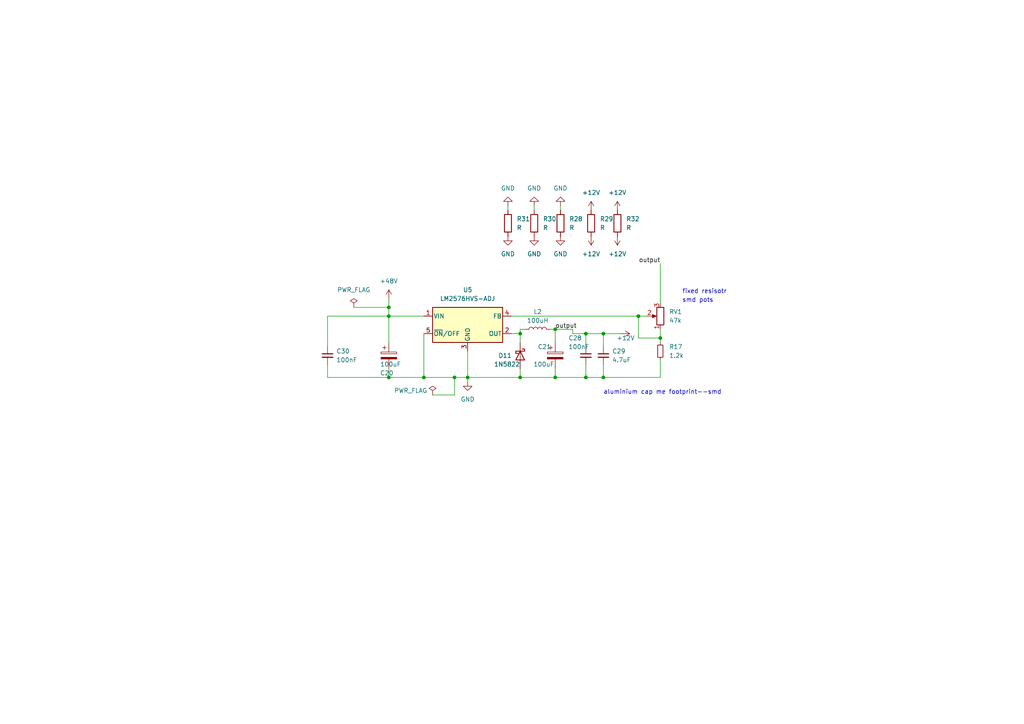
<source format=kicad_sch>
(kicad_sch (version 20230121) (generator eeschema)

  (uuid 9c161b5f-3459-4b8c-a1bc-3e950fa3db3b)

  (paper "A4")

  (lib_symbols
    (symbol "Device:C_Polarized" (pin_numbers hide) (pin_names (offset 0.254)) (in_bom yes) (on_board yes)
      (property "Reference" "C" (at 0.635 2.54 0)
        (effects (font (size 1.27 1.27)) (justify left))
      )
      (property "Value" "C_Polarized" (at 0.635 -2.54 0)
        (effects (font (size 1.27 1.27)) (justify left))
      )
      (property "Footprint" "" (at 0.9652 -3.81 0)
        (effects (font (size 1.27 1.27)) hide)
      )
      (property "Datasheet" "~" (at 0 0 0)
        (effects (font (size 1.27 1.27)) hide)
      )
      (property "ki_keywords" "cap capacitor" (at 0 0 0)
        (effects (font (size 1.27 1.27)) hide)
      )
      (property "ki_description" "Polarized capacitor" (at 0 0 0)
        (effects (font (size 1.27 1.27)) hide)
      )
      (property "ki_fp_filters" "CP_*" (at 0 0 0)
        (effects (font (size 1.27 1.27)) hide)
      )
      (symbol "C_Polarized_0_1"
        (rectangle (start -2.286 0.508) (end 2.286 1.016)
          (stroke (width 0) (type default))
          (fill (type none))
        )
        (polyline
          (pts
            (xy -1.778 2.286)
            (xy -0.762 2.286)
          )
          (stroke (width 0) (type default))
          (fill (type none))
        )
        (polyline
          (pts
            (xy -1.27 2.794)
            (xy -1.27 1.778)
          )
          (stroke (width 0) (type default))
          (fill (type none))
        )
        (rectangle (start 2.286 -0.508) (end -2.286 -1.016)
          (stroke (width 0) (type default))
          (fill (type outline))
        )
      )
      (symbol "C_Polarized_1_1"
        (pin passive line (at 0 3.81 270) (length 2.794)
          (name "~" (effects (font (size 1.27 1.27))))
          (number "1" (effects (font (size 1.27 1.27))))
        )
        (pin passive line (at 0 -3.81 90) (length 2.794)
          (name "~" (effects (font (size 1.27 1.27))))
          (number "2" (effects (font (size 1.27 1.27))))
        )
      )
    )
    (symbol "Device:C_Small" (pin_numbers hide) (pin_names (offset 0.254) hide) (in_bom yes) (on_board yes)
      (property "Reference" "C" (at 0.254 1.778 0)
        (effects (font (size 1.27 1.27)) (justify left))
      )
      (property "Value" "C_Small" (at 0.254 -2.032 0)
        (effects (font (size 1.27 1.27)) (justify left))
      )
      (property "Footprint" "" (at 0 0 0)
        (effects (font (size 1.27 1.27)) hide)
      )
      (property "Datasheet" "~" (at 0 0 0)
        (effects (font (size 1.27 1.27)) hide)
      )
      (property "ki_keywords" "capacitor cap" (at 0 0 0)
        (effects (font (size 1.27 1.27)) hide)
      )
      (property "ki_description" "Unpolarized capacitor, small symbol" (at 0 0 0)
        (effects (font (size 1.27 1.27)) hide)
      )
      (property "ki_fp_filters" "C_*" (at 0 0 0)
        (effects (font (size 1.27 1.27)) hide)
      )
      (symbol "C_Small_0_1"
        (polyline
          (pts
            (xy -1.524 -0.508)
            (xy 1.524 -0.508)
          )
          (stroke (width 0.3302) (type default))
          (fill (type none))
        )
        (polyline
          (pts
            (xy -1.524 0.508)
            (xy 1.524 0.508)
          )
          (stroke (width 0.3048) (type default))
          (fill (type none))
        )
      )
      (symbol "C_Small_1_1"
        (pin passive line (at 0 2.54 270) (length 2.032)
          (name "~" (effects (font (size 1.27 1.27))))
          (number "1" (effects (font (size 1.27 1.27))))
        )
        (pin passive line (at 0 -2.54 90) (length 2.032)
          (name "~" (effects (font (size 1.27 1.27))))
          (number "2" (effects (font (size 1.27 1.27))))
        )
      )
    )
    (symbol "Device:L" (pin_numbers hide) (pin_names (offset 1.016) hide) (in_bom yes) (on_board yes)
      (property "Reference" "L" (at -1.27 0 90)
        (effects (font (size 1.27 1.27)))
      )
      (property "Value" "L" (at 1.905 0 90)
        (effects (font (size 1.27 1.27)))
      )
      (property "Footprint" "" (at 0 0 0)
        (effects (font (size 1.27 1.27)) hide)
      )
      (property "Datasheet" "~" (at 0 0 0)
        (effects (font (size 1.27 1.27)) hide)
      )
      (property "ki_keywords" "inductor choke coil reactor magnetic" (at 0 0 0)
        (effects (font (size 1.27 1.27)) hide)
      )
      (property "ki_description" "Inductor" (at 0 0 0)
        (effects (font (size 1.27 1.27)) hide)
      )
      (property "ki_fp_filters" "Choke_* *Coil* Inductor_* L_*" (at 0 0 0)
        (effects (font (size 1.27 1.27)) hide)
      )
      (symbol "L_0_1"
        (arc (start 0 -2.54) (mid 0.6323 -1.905) (end 0 -1.27)
          (stroke (width 0) (type default))
          (fill (type none))
        )
        (arc (start 0 -1.27) (mid 0.6323 -0.635) (end 0 0)
          (stroke (width 0) (type default))
          (fill (type none))
        )
        (arc (start 0 0) (mid 0.6323 0.635) (end 0 1.27)
          (stroke (width 0) (type default))
          (fill (type none))
        )
        (arc (start 0 1.27) (mid 0.6323 1.905) (end 0 2.54)
          (stroke (width 0) (type default))
          (fill (type none))
        )
      )
      (symbol "L_1_1"
        (pin passive line (at 0 3.81 270) (length 1.27)
          (name "1" (effects (font (size 1.27 1.27))))
          (number "1" (effects (font (size 1.27 1.27))))
        )
        (pin passive line (at 0 -3.81 90) (length 1.27)
          (name "2" (effects (font (size 1.27 1.27))))
          (number "2" (effects (font (size 1.27 1.27))))
        )
      )
    )
    (symbol "Device:R" (pin_numbers hide) (pin_names (offset 0)) (in_bom yes) (on_board yes)
      (property "Reference" "R" (at 2.032 0 90)
        (effects (font (size 1.27 1.27)))
      )
      (property "Value" "R" (at 0 0 90)
        (effects (font (size 1.27 1.27)))
      )
      (property "Footprint" "" (at -1.778 0 90)
        (effects (font (size 1.27 1.27)) hide)
      )
      (property "Datasheet" "~" (at 0 0 0)
        (effects (font (size 1.27 1.27)) hide)
      )
      (property "ki_keywords" "R res resistor" (at 0 0 0)
        (effects (font (size 1.27 1.27)) hide)
      )
      (property "ki_description" "Resistor" (at 0 0 0)
        (effects (font (size 1.27 1.27)) hide)
      )
      (property "ki_fp_filters" "R_*" (at 0 0 0)
        (effects (font (size 1.27 1.27)) hide)
      )
      (symbol "R_0_1"
        (rectangle (start -1.016 -2.54) (end 1.016 2.54)
          (stroke (width 0.254) (type default))
          (fill (type none))
        )
      )
      (symbol "R_1_1"
        (pin passive line (at 0 3.81 270) (length 1.27)
          (name "~" (effects (font (size 1.27 1.27))))
          (number "1" (effects (font (size 1.27 1.27))))
        )
        (pin passive line (at 0 -3.81 90) (length 1.27)
          (name "~" (effects (font (size 1.27 1.27))))
          (number "2" (effects (font (size 1.27 1.27))))
        )
      )
    )
    (symbol "Device:R_Potentiometer" (pin_names (offset 1.016) hide) (in_bom yes) (on_board yes)
      (property "Reference" "RV" (at -4.445 0 90)
        (effects (font (size 1.27 1.27)))
      )
      (property "Value" "R_Potentiometer" (at -2.54 0 90)
        (effects (font (size 1.27 1.27)))
      )
      (property "Footprint" "" (at 0 0 0)
        (effects (font (size 1.27 1.27)) hide)
      )
      (property "Datasheet" "~" (at 0 0 0)
        (effects (font (size 1.27 1.27)) hide)
      )
      (property "ki_keywords" "resistor variable" (at 0 0 0)
        (effects (font (size 1.27 1.27)) hide)
      )
      (property "ki_description" "Potentiometer" (at 0 0 0)
        (effects (font (size 1.27 1.27)) hide)
      )
      (property "ki_fp_filters" "Potentiometer*" (at 0 0 0)
        (effects (font (size 1.27 1.27)) hide)
      )
      (symbol "R_Potentiometer_0_1"
        (polyline
          (pts
            (xy 2.54 0)
            (xy 1.524 0)
          )
          (stroke (width 0) (type default))
          (fill (type none))
        )
        (polyline
          (pts
            (xy 1.143 0)
            (xy 2.286 0.508)
            (xy 2.286 -0.508)
            (xy 1.143 0)
          )
          (stroke (width 0) (type default))
          (fill (type outline))
        )
        (rectangle (start 1.016 2.54) (end -1.016 -2.54)
          (stroke (width 0.254) (type default))
          (fill (type none))
        )
      )
      (symbol "R_Potentiometer_1_1"
        (pin passive line (at 0 3.81 270) (length 1.27)
          (name "1" (effects (font (size 1.27 1.27))))
          (number "1" (effects (font (size 1.27 1.27))))
        )
        (pin passive line (at 3.81 0 180) (length 1.27)
          (name "2" (effects (font (size 1.27 1.27))))
          (number "2" (effects (font (size 1.27 1.27))))
        )
        (pin passive line (at 0 -3.81 90) (length 1.27)
          (name "3" (effects (font (size 1.27 1.27))))
          (number "3" (effects (font (size 1.27 1.27))))
        )
      )
    )
    (symbol "Device:R_Small" (pin_numbers hide) (pin_names (offset 0.254) hide) (in_bom yes) (on_board yes)
      (property "Reference" "R" (at 0.762 0.508 0)
        (effects (font (size 1.27 1.27)) (justify left))
      )
      (property "Value" "R_Small" (at 0.762 -1.016 0)
        (effects (font (size 1.27 1.27)) (justify left))
      )
      (property "Footprint" "" (at 0 0 0)
        (effects (font (size 1.27 1.27)) hide)
      )
      (property "Datasheet" "~" (at 0 0 0)
        (effects (font (size 1.27 1.27)) hide)
      )
      (property "ki_keywords" "R resistor" (at 0 0 0)
        (effects (font (size 1.27 1.27)) hide)
      )
      (property "ki_description" "Resistor, small symbol" (at 0 0 0)
        (effects (font (size 1.27 1.27)) hide)
      )
      (property "ki_fp_filters" "R_*" (at 0 0 0)
        (effects (font (size 1.27 1.27)) hide)
      )
      (symbol "R_Small_0_1"
        (rectangle (start -0.762 1.778) (end 0.762 -1.778)
          (stroke (width 0.2032) (type default))
          (fill (type none))
        )
      )
      (symbol "R_Small_1_1"
        (pin passive line (at 0 2.54 270) (length 0.762)
          (name "~" (effects (font (size 1.27 1.27))))
          (number "1" (effects (font (size 1.27 1.27))))
        )
        (pin passive line (at 0 -2.54 90) (length 0.762)
          (name "~" (effects (font (size 1.27 1.27))))
          (number "2" (effects (font (size 1.27 1.27))))
        )
      )
    )
    (symbol "Diode:1N5822" (pin_numbers hide) (pin_names (offset 1.016) hide) (in_bom yes) (on_board yes)
      (property "Reference" "D" (at 0 2.54 0)
        (effects (font (size 1.27 1.27)))
      )
      (property "Value" "1N5822" (at 0 -2.54 0)
        (effects (font (size 1.27 1.27)))
      )
      (property "Footprint" "Diode_THT:D_DO-201AD_P15.24mm_Horizontal" (at 0 -4.445 0)
        (effects (font (size 1.27 1.27)) hide)
      )
      (property "Datasheet" "http://www.vishay.com/docs/88526/1n5820.pdf" (at 0 0 0)
        (effects (font (size 1.27 1.27)) hide)
      )
      (property "ki_keywords" "diode Schottky" (at 0 0 0)
        (effects (font (size 1.27 1.27)) hide)
      )
      (property "ki_description" "40V 3A Schottky Barrier Rectifier Diode, DO-201AD" (at 0 0 0)
        (effects (font (size 1.27 1.27)) hide)
      )
      (property "ki_fp_filters" "D*DO?201AD*" (at 0 0 0)
        (effects (font (size 1.27 1.27)) hide)
      )
      (symbol "1N5822_0_1"
        (polyline
          (pts
            (xy 1.27 0)
            (xy -1.27 0)
          )
          (stroke (width 0) (type default))
          (fill (type none))
        )
        (polyline
          (pts
            (xy 1.27 1.27)
            (xy 1.27 -1.27)
            (xy -1.27 0)
            (xy 1.27 1.27)
          )
          (stroke (width 0.254) (type default))
          (fill (type none))
        )
        (polyline
          (pts
            (xy -1.905 0.635)
            (xy -1.905 1.27)
            (xy -1.27 1.27)
            (xy -1.27 -1.27)
            (xy -0.635 -1.27)
            (xy -0.635 -0.635)
          )
          (stroke (width 0.254) (type default))
          (fill (type none))
        )
      )
      (symbol "1N5822_1_1"
        (pin passive line (at -3.81 0 0) (length 2.54)
          (name "K" (effects (font (size 1.27 1.27))))
          (number "1" (effects (font (size 1.27 1.27))))
        )
        (pin passive line (at 3.81 0 180) (length 2.54)
          (name "A" (effects (font (size 1.27 1.27))))
          (number "2" (effects (font (size 1.27 1.27))))
        )
      )
    )
    (symbol "Regulator_Switching:LM2576HVS-ADJ" (pin_names (offset 0.254)) (in_bom yes) (on_board yes)
      (property "Reference" "U" (at -10.16 6.35 0)
        (effects (font (size 1.27 1.27)) (justify left))
      )
      (property "Value" "LM2576HVS-ADJ" (at 0 6.35 0)
        (effects (font (size 1.27 1.27)) (justify left))
      )
      (property "Footprint" "Package_TO_SOT_SMD:TO-263-5_TabPin3" (at 0 -6.35 0)
        (effects (font (size 1.27 1.27) italic) (justify left) hide)
      )
      (property "Datasheet" "http://www.ti.com/lit/ds/symlink/lm2576.pdf" (at 0 0 0)
        (effects (font (size 1.27 1.27)) hide)
      )
      (property "ki_keywords" "Step-Down Voltage Regulator 3A Adjustable High Voltage" (at 0 0 0)
        (effects (font (size 1.27 1.27)) hide)
      )
      (property "ki_description" "Adjustable Output Voltage, 3A SIMPLE SWITCHER® Step-Down Voltage Regulator, High Voltage Input, TO-263" (at 0 0 0)
        (effects (font (size 1.27 1.27)) hide)
      )
      (property "ki_fp_filters" "TO?263*" (at 0 0 0)
        (effects (font (size 1.27 1.27)) hide)
      )
      (symbol "LM2576HVS-ADJ_0_1"
        (rectangle (start -10.16 5.08) (end 10.16 -5.08)
          (stroke (width 0.254) (type default))
          (fill (type background))
        )
      )
      (symbol "LM2576HVS-ADJ_1_1"
        (pin power_in line (at -12.7 2.54 0) (length 2.54)
          (name "VIN" (effects (font (size 1.27 1.27))))
          (number "1" (effects (font (size 1.27 1.27))))
        )
        (pin output line (at 12.7 -2.54 180) (length 2.54)
          (name "OUT" (effects (font (size 1.27 1.27))))
          (number "2" (effects (font (size 1.27 1.27))))
        )
        (pin power_in line (at 0 -7.62 90) (length 2.54)
          (name "GND" (effects (font (size 1.27 1.27))))
          (number "3" (effects (font (size 1.27 1.27))))
        )
        (pin input line (at 12.7 2.54 180) (length 2.54)
          (name "FB" (effects (font (size 1.27 1.27))))
          (number "4" (effects (font (size 1.27 1.27))))
        )
        (pin input line (at -12.7 -2.54 0) (length 2.54)
          (name "~{ON}/OFF" (effects (font (size 1.27 1.27))))
          (number "5" (effects (font (size 1.27 1.27))))
        )
      )
    )
    (symbol "power:+12V" (power) (pin_names (offset 0)) (in_bom yes) (on_board yes)
      (property "Reference" "#PWR" (at 0 -3.81 0)
        (effects (font (size 1.27 1.27)) hide)
      )
      (property "Value" "+12V" (at 0 3.556 0)
        (effects (font (size 1.27 1.27)))
      )
      (property "Footprint" "" (at 0 0 0)
        (effects (font (size 1.27 1.27)) hide)
      )
      (property "Datasheet" "" (at 0 0 0)
        (effects (font (size 1.27 1.27)) hide)
      )
      (property "ki_keywords" "global power" (at 0 0 0)
        (effects (font (size 1.27 1.27)) hide)
      )
      (property "ki_description" "Power symbol creates a global label with name \"+12V\"" (at 0 0 0)
        (effects (font (size 1.27 1.27)) hide)
      )
      (symbol "+12V_0_1"
        (polyline
          (pts
            (xy -0.762 1.27)
            (xy 0 2.54)
          )
          (stroke (width 0) (type default))
          (fill (type none))
        )
        (polyline
          (pts
            (xy 0 0)
            (xy 0 2.54)
          )
          (stroke (width 0) (type default))
          (fill (type none))
        )
        (polyline
          (pts
            (xy 0 2.54)
            (xy 0.762 1.27)
          )
          (stroke (width 0) (type default))
          (fill (type none))
        )
      )
      (symbol "+12V_1_1"
        (pin power_in line (at 0 0 90) (length 0) hide
          (name "+12V" (effects (font (size 1.27 1.27))))
          (number "1" (effects (font (size 1.27 1.27))))
        )
      )
    )
    (symbol "power:+48V" (power) (pin_names (offset 0)) (in_bom yes) (on_board yes)
      (property "Reference" "#PWR" (at 0 -3.81 0)
        (effects (font (size 1.27 1.27)) hide)
      )
      (property "Value" "+48V" (at 0 3.556 0)
        (effects (font (size 1.27 1.27)))
      )
      (property "Footprint" "" (at 0 0 0)
        (effects (font (size 1.27 1.27)) hide)
      )
      (property "Datasheet" "" (at 0 0 0)
        (effects (font (size 1.27 1.27)) hide)
      )
      (property "ki_keywords" "global power" (at 0 0 0)
        (effects (font (size 1.27 1.27)) hide)
      )
      (property "ki_description" "Power symbol creates a global label with name \"+48V\"" (at 0 0 0)
        (effects (font (size 1.27 1.27)) hide)
      )
      (symbol "+48V_0_1"
        (polyline
          (pts
            (xy -0.762 1.27)
            (xy 0 2.54)
          )
          (stroke (width 0) (type default))
          (fill (type none))
        )
        (polyline
          (pts
            (xy 0 0)
            (xy 0 2.54)
          )
          (stroke (width 0) (type default))
          (fill (type none))
        )
        (polyline
          (pts
            (xy 0 2.54)
            (xy 0.762 1.27)
          )
          (stroke (width 0) (type default))
          (fill (type none))
        )
      )
      (symbol "+48V_1_1"
        (pin power_in line (at 0 0 90) (length 0) hide
          (name "+48V" (effects (font (size 1.27 1.27))))
          (number "1" (effects (font (size 1.27 1.27))))
        )
      )
    )
    (symbol "power:GND" (power) (pin_names (offset 0)) (in_bom yes) (on_board yes)
      (property "Reference" "#PWR" (at 0 -6.35 0)
        (effects (font (size 1.27 1.27)) hide)
      )
      (property "Value" "GND" (at 0 -3.81 0)
        (effects (font (size 1.27 1.27)))
      )
      (property "Footprint" "" (at 0 0 0)
        (effects (font (size 1.27 1.27)) hide)
      )
      (property "Datasheet" "" (at 0 0 0)
        (effects (font (size 1.27 1.27)) hide)
      )
      (property "ki_keywords" "global power" (at 0 0 0)
        (effects (font (size 1.27 1.27)) hide)
      )
      (property "ki_description" "Power symbol creates a global label with name \"GND\" , ground" (at 0 0 0)
        (effects (font (size 1.27 1.27)) hide)
      )
      (symbol "GND_0_1"
        (polyline
          (pts
            (xy 0 0)
            (xy 0 -1.27)
            (xy 1.27 -1.27)
            (xy 0 -2.54)
            (xy -1.27 -1.27)
            (xy 0 -1.27)
          )
          (stroke (width 0) (type default))
          (fill (type none))
        )
      )
      (symbol "GND_1_1"
        (pin power_in line (at 0 0 270) (length 0) hide
          (name "GND" (effects (font (size 1.27 1.27))))
          (number "1" (effects (font (size 1.27 1.27))))
        )
      )
    )
    (symbol "power:PWR_FLAG" (power) (pin_numbers hide) (pin_names (offset 0) hide) (in_bom yes) (on_board yes)
      (property "Reference" "#FLG" (at 0 1.905 0)
        (effects (font (size 1.27 1.27)) hide)
      )
      (property "Value" "PWR_FLAG" (at 0 3.81 0)
        (effects (font (size 1.27 1.27)))
      )
      (property "Footprint" "" (at 0 0 0)
        (effects (font (size 1.27 1.27)) hide)
      )
      (property "Datasheet" "~" (at 0 0 0)
        (effects (font (size 1.27 1.27)) hide)
      )
      (property "ki_keywords" "flag power" (at 0 0 0)
        (effects (font (size 1.27 1.27)) hide)
      )
      (property "ki_description" "Special symbol for telling ERC where power comes from" (at 0 0 0)
        (effects (font (size 1.27 1.27)) hide)
      )
      (symbol "PWR_FLAG_0_0"
        (pin power_out line (at 0 0 90) (length 0)
          (name "pwr" (effects (font (size 1.27 1.27))))
          (number "1" (effects (font (size 1.27 1.27))))
        )
      )
      (symbol "PWR_FLAG_0_1"
        (polyline
          (pts
            (xy 0 0)
            (xy 0 1.27)
            (xy -1.016 1.905)
            (xy 0 2.54)
            (xy 1.016 1.905)
            (xy 0 1.27)
          )
          (stroke (width 0) (type default))
          (fill (type none))
        )
      )
    )
  )

  (junction (at 150.876 96.774) (diameter 0) (color 0 0 0 0)
    (uuid 05535d82-a23b-48f3-875c-475c3ef92005)
  )
  (junction (at 112.776 91.694) (diameter 0) (color 0 0 0 0)
    (uuid 1641b377-74c1-4d8c-bf90-fe8394eaab12)
  )
  (junction (at 112.776 109.474) (diameter 0) (color 0 0 0 0)
    (uuid 2dc039f2-c2e8-4687-b71d-e0e2c4bb8cb4)
  )
  (junction (at 131.826 109.474) (diameter 0) (color 0 0 0 0)
    (uuid 5a4f4010-ca84-4684-8c89-faf1d9ee89d9)
  )
  (junction (at 175.006 109.474) (diameter 0) (color 0 0 0 0)
    (uuid 619f8acc-3620-4227-afba-4b62bccf4248)
  )
  (junction (at 169.926 96.774) (diameter 0) (color 0 0 0 0)
    (uuid 7631cafd-26df-42b8-810d-6970bf5511ce)
  )
  (junction (at 135.636 109.474) (diameter 0) (color 0 0 0 0)
    (uuid 7bbb77fa-8570-429d-a1a5-f276b59a302a)
  )
  (junction (at 161.036 95.504) (diameter 0) (color 0 0 0 0)
    (uuid 81a07bf7-1efb-482b-8f45-a8d2c3daee45)
  )
  (junction (at 169.926 109.474) (diameter 0) (color 0 0 0 0)
    (uuid a7c1f2a7-0237-4998-912d-4040ab6353c6)
  )
  (junction (at 161.036 109.474) (diameter 0) (color 0 0 0 0)
    (uuid ad24855e-933f-4fab-9ec7-37a44b2b8d84)
  )
  (junction (at 150.876 109.474) (diameter 0) (color 0 0 0 0)
    (uuid b87531a0-b4c2-4340-933e-4f7725499862)
  )
  (junction (at 112.776 89.154) (diameter 0) (color 0 0 0 0)
    (uuid d25041e8-0c08-4512-881e-cdf78735744b)
  )
  (junction (at 122.936 109.474) (diameter 0) (color 0 0 0 0)
    (uuid d56f5e1c-201b-49aa-803a-e4a9f977c82f)
  )
  (junction (at 175.006 96.774) (diameter 0) (color 0 0 0 0)
    (uuid d6397b7d-faf0-4052-8f2b-9cd939eaf757)
  )
  (junction (at 185.166 91.694) (diameter 0) (color 0 0 0 0)
    (uuid ecae1e87-c3ec-492e-bc36-03f9be0b9b2f)
  )
  (junction (at 191.516 98.044) (diameter 0) (color 0 0 0 0)
    (uuid f8700d19-8708-4b21-afab-26f59d764660)
  )

  (wire (pts (xy 112.776 109.474) (xy 122.936 109.474))
    (stroke (width 0) (type default))
    (uuid 09a3d3ed-b816-4327-91a6-1e4207766c02)
  )
  (wire (pts (xy 122.936 109.474) (xy 131.826 109.474))
    (stroke (width 0) (type default))
    (uuid 0e67aed8-41ed-4b77-b20c-c6d4d8ec1153)
  )
  (wire (pts (xy 191.516 95.504) (xy 191.516 98.044))
    (stroke (width 0) (type default))
    (uuid 0e8c9110-7907-4c71-8c8d-f33c37f89ad0)
  )
  (wire (pts (xy 154.94 59.69) (xy 154.94 60.96))
    (stroke (width 0) (type default))
    (uuid 0eb3e784-7a58-493a-9426-994d406f3b75)
  )
  (wire (pts (xy 150.876 96.774) (xy 150.876 99.314))
    (stroke (width 0) (type default))
    (uuid 10d7b00b-699e-486b-bc25-3f21d565daed)
  )
  (wire (pts (xy 112.776 91.694) (xy 122.936 91.694))
    (stroke (width 0) (type default))
    (uuid 11630e1e-a168-4c92-8c45-b5055f295011)
  )
  (wire (pts (xy 161.036 109.474) (xy 169.926 109.474))
    (stroke (width 0) (type default))
    (uuid 2293c7d6-8031-4ec0-b0ef-d2db82c23041)
  )
  (wire (pts (xy 150.876 109.474) (xy 161.036 109.474))
    (stroke (width 0) (type default))
    (uuid 249a8872-4f5f-4395-a72c-b3ccb18471ff)
  )
  (wire (pts (xy 131.826 114.554) (xy 131.826 109.474))
    (stroke (width 0) (type default))
    (uuid 3870af02-6c1c-4c52-b338-eb048d5c3f82)
  )
  (wire (pts (xy 131.826 109.474) (xy 135.636 109.474))
    (stroke (width 0) (type default))
    (uuid 3b50d561-bf8e-455e-ba77-7f04431dc07f)
  )
  (wire (pts (xy 135.636 109.474) (xy 135.636 110.744))
    (stroke (width 0) (type default))
    (uuid 3cfd3b67-4e23-4388-b62a-9e3a7ed450dc)
  )
  (wire (pts (xy 159.766 95.504) (xy 161.036 95.504))
    (stroke (width 0) (type default))
    (uuid 3d782fd3-a2e3-485a-8e74-9e75bc77b6a1)
  )
  (wire (pts (xy 175.006 105.664) (xy 175.006 109.474))
    (stroke (width 0) (type default))
    (uuid 3da396ff-daf6-49b4-8a8a-158f11c0d040)
  )
  (wire (pts (xy 150.876 109.474) (xy 135.636 109.474))
    (stroke (width 0) (type default))
    (uuid 404a2e95-906e-4add-a825-07a4c3bb65ae)
  )
  (wire (pts (xy 94.996 105.664) (xy 94.996 109.474))
    (stroke (width 0) (type default))
    (uuid 4209e61e-68b2-4b7c-a19e-6fb4a97e3312)
  )
  (wire (pts (xy 162.56 59.69) (xy 162.56 60.96))
    (stroke (width 0) (type default))
    (uuid 426be21b-9a8f-470c-beb5-7201ea886a04)
  )
  (wire (pts (xy 147.32 59.69) (xy 147.32 60.96))
    (stroke (width 0) (type default))
    (uuid 42b338dc-1656-4e46-b117-e5ac8be18358)
  )
  (wire (pts (xy 166.116 95.504) (xy 166.116 96.774))
    (stroke (width 0) (type default))
    (uuid 46ef6fe8-a909-486d-9cf2-d5c39f47e3d8)
  )
  (wire (pts (xy 148.336 91.694) (xy 185.166 91.694))
    (stroke (width 0) (type default))
    (uuid 473cd66c-6ce8-48f0-8a37-cb93179e2a5e)
  )
  (wire (pts (xy 169.926 105.664) (xy 169.926 109.474))
    (stroke (width 0) (type default))
    (uuid 47e14767-745a-4f69-b422-dfd3f113f2c0)
  )
  (wire (pts (xy 169.926 96.774) (xy 166.116 96.774))
    (stroke (width 0) (type default))
    (uuid 4b6872e0-909c-4ad0-b08c-55f26d6d6012)
  )
  (wire (pts (xy 94.996 91.694) (xy 112.776 91.694))
    (stroke (width 0) (type default))
    (uuid 5214fd7e-b60d-4e70-b94e-361740c52357)
  )
  (wire (pts (xy 122.936 96.774) (xy 122.936 109.474))
    (stroke (width 0) (type default))
    (uuid 616946f0-0cce-4c0a-8cc7-ea68885f2e42)
  )
  (wire (pts (xy 185.166 91.694) (xy 187.706 91.694))
    (stroke (width 0) (type default))
    (uuid 670236a4-bcc7-4ba6-ad05-8a258dc844ce)
  )
  (wire (pts (xy 112.776 106.934) (xy 112.776 109.474))
    (stroke (width 0) (type default))
    (uuid 6834d0af-4c4b-43f3-802d-be033b0d906d)
  )
  (wire (pts (xy 191.516 76.454) (xy 191.516 87.884))
    (stroke (width 0) (type default))
    (uuid 6c4215b1-2dff-4189-9489-f811d188c16b)
  )
  (wire (pts (xy 175.006 96.774) (xy 180.086 96.774))
    (stroke (width 0) (type default))
    (uuid 6c7c76d0-ce6a-4e84-a926-68920f1327df)
  )
  (wire (pts (xy 161.036 95.504) (xy 166.116 95.504))
    (stroke (width 0) (type default))
    (uuid 6d7d5faa-c3ec-471f-a70f-f4f176375379)
  )
  (wire (pts (xy 191.516 98.044) (xy 191.516 99.314))
    (stroke (width 0) (type default))
    (uuid 75048934-4237-4f49-80a8-eac7badd69d6)
  )
  (wire (pts (xy 135.636 101.854) (xy 135.636 109.474))
    (stroke (width 0) (type default))
    (uuid 76d27bd6-822d-4831-8cc4-6acc4f7278b6)
  )
  (wire (pts (xy 161.036 106.934) (xy 161.036 109.474))
    (stroke (width 0) (type default))
    (uuid 7ed9336d-abfc-42c7-96ed-fc44bb053ead)
  )
  (wire (pts (xy 112.776 89.154) (xy 112.776 91.694))
    (stroke (width 0) (type default))
    (uuid 8572a71a-c1c8-49c7-92c8-3f36438ec9cf)
  )
  (wire (pts (xy 150.876 95.504) (xy 152.146 95.504))
    (stroke (width 0) (type default))
    (uuid af73c5dc-e892-477f-bc8d-f4694ec9f542)
  )
  (wire (pts (xy 150.876 96.774) (xy 148.336 96.774))
    (stroke (width 0) (type default))
    (uuid af7b3f82-63ed-4602-a5d4-c4382073daca)
  )
  (wire (pts (xy 94.996 100.584) (xy 94.996 91.694))
    (stroke (width 0) (type default))
    (uuid b2d0063c-f0c6-4572-97ea-b698be10bd0c)
  )
  (wire (pts (xy 169.926 109.474) (xy 175.006 109.474))
    (stroke (width 0) (type default))
    (uuid b5300907-d7e4-4b6e-a663-981fd7bc41f5)
  )
  (wire (pts (xy 185.166 91.694) (xy 185.166 98.044))
    (stroke (width 0) (type default))
    (uuid bafe2fa2-4ad9-413c-b0cd-01aa41c6cdd4)
  )
  (wire (pts (xy 150.876 106.934) (xy 150.876 109.474))
    (stroke (width 0) (type default))
    (uuid bfa0adab-c4d3-4dd1-ad7b-9ffb634ae72e)
  )
  (wire (pts (xy 175.006 109.474) (xy 191.516 109.474))
    (stroke (width 0) (type default))
    (uuid c3d5fff4-8767-40b7-ba24-267f20545564)
  )
  (wire (pts (xy 112.776 91.694) (xy 112.776 99.314))
    (stroke (width 0) (type default))
    (uuid cb21af8f-4488-4698-b92e-11725b254aad)
  )
  (wire (pts (xy 161.036 99.314) (xy 161.036 95.504))
    (stroke (width 0) (type default))
    (uuid ce21b00a-0967-4f59-baf6-32a821ca1d2c)
  )
  (wire (pts (xy 112.776 86.614) (xy 112.776 89.154))
    (stroke (width 0) (type default))
    (uuid d146cad8-54c8-4e89-a82c-bd48ec68a5f3)
  )
  (wire (pts (xy 185.166 98.044) (xy 191.516 98.044))
    (stroke (width 0) (type default))
    (uuid d1d8edb5-0b56-4470-9133-5192b9c7a081)
  )
  (wire (pts (xy 150.876 95.504) (xy 150.876 96.774))
    (stroke (width 0) (type default))
    (uuid d873f3ba-b819-47d5-82cd-243f9d629600)
  )
  (wire (pts (xy 169.926 96.774) (xy 169.926 100.584))
    (stroke (width 0) (type default))
    (uuid d8ea3e0c-1c86-48fb-a069-f5cf8a5b5671)
  )
  (wire (pts (xy 102.616 89.154) (xy 112.776 89.154))
    (stroke (width 0) (type default))
    (uuid e65d247a-7dbb-43ea-b6cc-675c72376750)
  )
  (wire (pts (xy 125.476 114.554) (xy 131.826 114.554))
    (stroke (width 0) (type default))
    (uuid eca94bb1-913d-42cc-a958-53d363f498c1)
  )
  (wire (pts (xy 94.996 109.474) (xy 112.776 109.474))
    (stroke (width 0) (type default))
    (uuid ed7e0611-9c15-40c5-bcfa-17db3deb1a90)
  )
  (wire (pts (xy 169.926 96.774) (xy 175.006 96.774))
    (stroke (width 0) (type default))
    (uuid edb998dd-63df-414b-bb09-c35a9683b8df)
  )
  (wire (pts (xy 175.006 100.584) (xy 175.006 96.774))
    (stroke (width 0) (type default))
    (uuid ef53a0dc-f4df-430b-b16d-9c482235bb02)
  )
  (wire (pts (xy 191.516 104.394) (xy 191.516 109.474))
    (stroke (width 0) (type default))
    (uuid f190d367-eaa4-4591-b224-d6a4e57f8433)
  )

  (text "aluminium cap me footprint--smd" (at 175.006 114.554 0)
    (effects (font (size 1.27 1.27)) (justify left bottom))
    (uuid 290025fd-bdb2-41e4-b8a0-9669b677a38e)
  )
  (text "fixed resisotr\n" (at 197.866 85.344 0)
    (effects (font (size 1.27 1.27)) (justify left bottom))
    (uuid 32825da0-5cae-47cb-89d2-b19c168ecbb7)
  )
  (text "smd pots\n" (at 197.866 87.884 0)
    (effects (font (size 1.27 1.27)) (justify left bottom))
    (uuid b94d0f28-d74c-4677-9527-751866838fe3)
  )

  (label "output" (at 161.036 95.504 0) (fields_autoplaced)
    (effects (font (size 1.27 1.27)) (justify left bottom))
    (uuid 18d39318-c01f-4ad9-9ebc-0c5adda79db1)
  )
  (label "output" (at 191.516 76.454 180) (fields_autoplaced)
    (effects (font (size 1.27 1.27)) (justify right bottom))
    (uuid a433fcdf-f5df-441f-9fcb-91f764c206dd)
  )

  (symbol (lib_id "Device:C_Small") (at 94.996 103.124 0) (unit 1)
    (in_bom yes) (on_board yes) (dnp no) (fields_autoplaced)
    (uuid 00e2e588-71be-48d8-af81-cdddcfdebb3c)
    (property "Reference" "C30" (at 97.536 101.8603 0)
      (effects (font (size 1.27 1.27)) (justify left))
    )
    (property "Value" "100nF" (at 97.536 104.4003 0)
      (effects (font (size 1.27 1.27)) (justify left))
    )
    (property "Footprint" "Capacitor_SMD:C_0805_2012Metric_Pad1.18x1.45mm_HandSolder" (at 94.996 103.124 0)
      (effects (font (size 1.27 1.27)) hide)
    )
    (property "Datasheet" "~" (at 94.996 103.124 0)
      (effects (font (size 1.27 1.27)) hide)
    )
    (pin "1" (uuid a77d391f-6f2e-49b1-9f84-6d2eae743ea1))
    (pin "2" (uuid 9c3e6839-909c-4ba1-b799-bfc46c8150a8))
    (instances
      (project "ir2110_schematic"
        (path "/12eff5cc-cd10-4544-bdce-879319851b2e/ba021759-89ed-4408-b4e3-ea4e99d7615e"
          (reference "C30") (unit 1)
        )
      )
      (project "controller_full6"
        (path "/3c3ae94a-eb39-4fa8-93aa-1a47bef57ada/9b9d4af0-9415-4a2e-9c62-a46bdadc4ee1"
          (reference "C39") (unit 1)
        )
      )
      (project "power_buck"
        (path "/7ee7294e-a19b-47c2-b06c-03f0381abb29"
          (reference "C30") (unit 1)
        )
      )
    )
  )

  (symbol (lib_id "power:+12V") (at 171.45 68.58 180) (unit 1)
    (in_bom yes) (on_board yes) (dnp no) (fields_autoplaced)
    (uuid 0ad2b9de-cdaf-43a3-a3e1-2d539eb168e3)
    (property "Reference" "#PWR071" (at 171.45 64.77 0)
      (effects (font (size 1.27 1.27)) hide)
    )
    (property "Value" "+12V" (at 171.45 73.66 0)
      (effects (font (size 1.27 1.27)))
    )
    (property "Footprint" "" (at 171.45 68.58 0)
      (effects (font (size 1.27 1.27)) hide)
    )
    (property "Datasheet" "" (at 171.45 68.58 0)
      (effects (font (size 1.27 1.27)) hide)
    )
    (pin "1" (uuid 5f22ce24-fc03-466c-a343-71f1fd079916))
    (instances
      (project "controller_full6"
        (path "/3c3ae94a-eb39-4fa8-93aa-1a47bef57ada/9b9d4af0-9415-4a2e-9c62-a46bdadc4ee1"
          (reference "#PWR071") (unit 1)
        )
      )
    )
  )

  (symbol (lib_id "power:GND") (at 147.32 68.58 0) (unit 1)
    (in_bom yes) (on_board yes) (dnp no) (fields_autoplaced)
    (uuid 0e0871b9-b0d1-4b37-a36d-82ad244be6cb)
    (property "Reference" "#PWR069" (at 147.32 74.93 0)
      (effects (font (size 1.27 1.27)) hide)
    )
    (property "Value" "GND" (at 147.32 73.66 0)
      (effects (font (size 1.27 1.27)))
    )
    (property "Footprint" "" (at 147.32 68.58 0)
      (effects (font (size 1.27 1.27)) hide)
    )
    (property "Datasheet" "" (at 147.32 68.58 0)
      (effects (font (size 1.27 1.27)) hide)
    )
    (pin "1" (uuid fbfde0cd-f64e-4746-9415-ca79b25ad845))
    (instances
      (project "controller_full6"
        (path "/3c3ae94a-eb39-4fa8-93aa-1a47bef57ada/9b9d4af0-9415-4a2e-9c62-a46bdadc4ee1"
          (reference "#PWR069") (unit 1)
        )
      )
    )
  )

  (symbol (lib_id "power:+12V") (at 180.086 96.774 270) (unit 1)
    (in_bom yes) (on_board yes) (dnp no)
    (uuid 0eb64ea7-fd7e-4a73-8175-e7fdf0dbbdcc)
    (property "Reference" "#PWR044" (at 176.276 96.774 0)
      (effects (font (size 1.27 1.27)) hide)
    )
    (property "Value" "+12V" (at 178.816 98.044 90)
      (effects (font (size 1.27 1.27)) (justify left))
    )
    (property "Footprint" "" (at 180.086 96.774 0)
      (effects (font (size 1.27 1.27)) hide)
    )
    (property "Datasheet" "" (at 180.086 96.774 0)
      (effects (font (size 1.27 1.27)) hide)
    )
    (pin "1" (uuid c96904bd-20af-40db-8a5a-929c379c6260))
    (instances
      (project "ir2110_schematic"
        (path "/12eff5cc-cd10-4544-bdce-879319851b2e/ba021759-89ed-4408-b4e3-ea4e99d7615e"
          (reference "#PWR044") (unit 1)
        )
      )
      (project "controller_full6"
        (path "/3c3ae94a-eb39-4fa8-93aa-1a47bef57ada/9b9d4af0-9415-4a2e-9c62-a46bdadc4ee1"
          (reference "#PWR048") (unit 1)
        )
      )
      (project "power_buck"
        (path "/7ee7294e-a19b-47c2-b06c-03f0381abb29"
          (reference "#PWR044") (unit 1)
        )
      )
    )
  )

  (symbol (lib_id "Regulator_Switching:LM2576HVS-ADJ") (at 135.636 94.234 0) (unit 1)
    (in_bom yes) (on_board yes) (dnp no) (fields_autoplaced)
    (uuid 1a00789f-f0b1-4549-9283-ff358c7848c8)
    (property "Reference" "U5" (at 135.636 84.074 0)
      (effects (font (size 1.27 1.27)))
    )
    (property "Value" "LM2576HVS-ADJ" (at 135.636 86.614 0)
      (effects (font (size 1.27 1.27)))
    )
    (property "Footprint" "Package_TO_SOT_SMD:TO-263-5_TabPin3" (at 135.636 100.584 0)
      (effects (font (size 1.27 1.27) italic) (justify left) hide)
    )
    (property "Datasheet" "http://www.ti.com/lit/ds/symlink/lm2576.pdf" (at 135.636 94.234 0)
      (effects (font (size 1.27 1.27)) hide)
    )
    (pin "1" (uuid 7155f0ac-69cf-4386-a8a7-64f0bb5bb3bc))
    (pin "2" (uuid c60738c9-3a22-4ed2-ab17-72b26a23931b))
    (pin "3" (uuid 5bf3554f-4cc6-4010-a0fe-523e8d8e2764))
    (pin "4" (uuid 2aa9b95a-5b40-4bf1-bd99-ae4dd7ca0be0))
    (pin "5" (uuid 428bdd4a-9952-41a0-a0e2-5023be23a999))
    (instances
      (project "ir2110_schematic"
        (path "/12eff5cc-cd10-4544-bdce-879319851b2e/ba021759-89ed-4408-b4e3-ea4e99d7615e"
          (reference "U5") (unit 1)
        )
      )
      (project "controller_full6"
        (path "/3c3ae94a-eb39-4fa8-93aa-1a47bef57ada/9b9d4af0-9415-4a2e-9c62-a46bdadc4ee1"
          (reference "U5") (unit 1)
        )
      )
      (project "power_buck"
        (path "/7ee7294e-a19b-47c2-b06c-03f0381abb29"
          (reference "U5") (unit 1)
        )
      )
    )
  )

  (symbol (lib_id "power:+12V") (at 179.07 68.58 180) (unit 1)
    (in_bom yes) (on_board yes) (dnp no) (fields_autoplaced)
    (uuid 2ae5fea6-401e-4c5c-921e-55adea42b5e2)
    (property "Reference" "#PWR073" (at 179.07 64.77 0)
      (effects (font (size 1.27 1.27)) hide)
    )
    (property "Value" "+12V" (at 179.07 73.66 0)
      (effects (font (size 1.27 1.27)))
    )
    (property "Footprint" "" (at 179.07 68.58 0)
      (effects (font (size 1.27 1.27)) hide)
    )
    (property "Datasheet" "" (at 179.07 68.58 0)
      (effects (font (size 1.27 1.27)) hide)
    )
    (pin "1" (uuid 1ffbf6e6-9fde-482d-baa6-b70314751215))
    (instances
      (project "controller_full6"
        (path "/3c3ae94a-eb39-4fa8-93aa-1a47bef57ada/9b9d4af0-9415-4a2e-9c62-a46bdadc4ee1"
          (reference "#PWR073") (unit 1)
        )
      )
    )
  )

  (symbol (lib_id "Device:L") (at 155.956 95.504 90) (unit 1)
    (in_bom yes) (on_board yes) (dnp no) (fields_autoplaced)
    (uuid 37af53ae-6356-492d-9c7c-8852f207abb3)
    (property "Reference" "L2" (at 155.956 90.424 90)
      (effects (font (size 1.27 1.27)))
    )
    (property "Value" "100uH" (at 155.956 92.964 90)
      (effects (font (size 1.27 1.27)))
    )
    (property "Footprint" "Inductor_THT:L_Radial_D7.0mm_P3.00mm" (at 155.956 95.504 0)
      (effects (font (size 1.27 1.27)) hide)
    )
    (property "Datasheet" "~" (at 155.956 95.504 0)
      (effects (font (size 1.27 1.27)) hide)
    )
    (pin "1" (uuid ba240523-2f72-4089-8072-3aa5721532e7))
    (pin "2" (uuid f19d3ec6-33d0-470f-b3d3-b78a7be2b35a))
    (instances
      (project "ir2110_schematic"
        (path "/12eff5cc-cd10-4544-bdce-879319851b2e/ba021759-89ed-4408-b4e3-ea4e99d7615e"
          (reference "L2") (unit 1)
        )
      )
      (project "controller_full6"
        (path "/3c3ae94a-eb39-4fa8-93aa-1a47bef57ada/9b9d4af0-9415-4a2e-9c62-a46bdadc4ee1"
          (reference "L2") (unit 1)
        )
      )
      (project "power_buck"
        (path "/7ee7294e-a19b-47c2-b06c-03f0381abb29"
          (reference "L2") (unit 1)
        )
      )
    )
  )

  (symbol (lib_id "Device:C_Small") (at 169.926 103.124 0) (unit 1)
    (in_bom yes) (on_board yes) (dnp no)
    (uuid 382415c4-806a-452c-8db7-cb24057ffe14)
    (property "Reference" "C28" (at 164.846 98.044 0)
      (effects (font (size 1.27 1.27)) (justify left))
    )
    (property "Value" "100nF" (at 164.846 100.584 0)
      (effects (font (size 1.27 1.27)) (justify left))
    )
    (property "Footprint" "Capacitor_SMD:C_0805_2012Metric_Pad1.18x1.45mm_HandSolder" (at 169.926 103.124 0)
      (effects (font (size 1.27 1.27)) hide)
    )
    (property "Datasheet" "~" (at 169.926 103.124 0)
      (effects (font (size 1.27 1.27)) hide)
    )
    (pin "1" (uuid ead75fe1-50d4-4fef-a00a-d56250e345db))
    (pin "2" (uuid b9484a2f-e3cd-498d-a2f8-64ab0b8bd8d3))
    (instances
      (project "ir2110_schematic"
        (path "/12eff5cc-cd10-4544-bdce-879319851b2e/ba021759-89ed-4408-b4e3-ea4e99d7615e"
          (reference "C28") (unit 1)
        )
      )
      (project "controller_full6"
        (path "/3c3ae94a-eb39-4fa8-93aa-1a47bef57ada/9b9d4af0-9415-4a2e-9c62-a46bdadc4ee1"
          (reference "C42") (unit 1)
        )
      )
      (project "power_buck"
        (path "/7ee7294e-a19b-47c2-b06c-03f0381abb29"
          (reference "C28") (unit 1)
        )
      )
    )
  )

  (symbol (lib_id "power:+12V") (at 179.07 60.96 0) (unit 1)
    (in_bom yes) (on_board yes) (dnp no) (fields_autoplaced)
    (uuid 5a93eca7-8257-42d9-9921-757a95400e5b)
    (property "Reference" "#PWR072" (at 179.07 64.77 0)
      (effects (font (size 1.27 1.27)) hide)
    )
    (property "Value" "+12V" (at 179.07 55.88 0)
      (effects (font (size 1.27 1.27)))
    )
    (property "Footprint" "" (at 179.07 60.96 0)
      (effects (font (size 1.27 1.27)) hide)
    )
    (property "Datasheet" "" (at 179.07 60.96 0)
      (effects (font (size 1.27 1.27)) hide)
    )
    (pin "1" (uuid 2fa0fcc8-59a1-409f-80f7-9d843af2b7c5))
    (instances
      (project "controller_full6"
        (path "/3c3ae94a-eb39-4fa8-93aa-1a47bef57ada/9b9d4af0-9415-4a2e-9c62-a46bdadc4ee1"
          (reference "#PWR072") (unit 1)
        )
      )
    )
  )

  (symbol (lib_id "power:PWR_FLAG") (at 125.476 114.554 0) (unit 1)
    (in_bom yes) (on_board yes) (dnp no)
    (uuid 5b66336b-d823-4e59-9a7f-555ce0f8ae8a)
    (property "Reference" "#FLG01" (at 125.476 112.649 0)
      (effects (font (size 1.27 1.27)) hide)
    )
    (property "Value" "PWR_FLAG" (at 119.126 113.284 0)
      (effects (font (size 1.27 1.27)))
    )
    (property "Footprint" "" (at 125.476 114.554 0)
      (effects (font (size 1.27 1.27)) hide)
    )
    (property "Datasheet" "~" (at 125.476 114.554 0)
      (effects (font (size 1.27 1.27)) hide)
    )
    (pin "1" (uuid 54837024-e279-40cd-9209-dc5af04df0d2))
    (instances
      (project "ir2110_schematic"
        (path "/12eff5cc-cd10-4544-bdce-879319851b2e"
          (reference "#FLG01") (unit 1)
        )
        (path "/12eff5cc-cd10-4544-bdce-879319851b2e/ba021759-89ed-4408-b4e3-ea4e99d7615e"
          (reference "#FLG02") (unit 1)
        )
      )
      (project "controller_full6"
        (path "/3c3ae94a-eb39-4fa8-93aa-1a47bef57ada/9b9d4af0-9415-4a2e-9c62-a46bdadc4ee1"
          (reference "#FLG03") (unit 1)
        )
      )
      (project "power_buck"
        (path "/7ee7294e-a19b-47c2-b06c-03f0381abb29"
          (reference "#FLG01") (unit 1)
        )
      )
    )
  )

  (symbol (lib_id "Device:C_Polarized") (at 112.776 103.124 0) (unit 1)
    (in_bom yes) (on_board yes) (dnp no)
    (uuid 5d398736-91a5-4b30-82be-e4c3f3aa239e)
    (property "Reference" "C20" (at 110.236 108.204 0)
      (effects (font (size 1.27 1.27)) (justify left))
    )
    (property "Value" "100uF" (at 110.236 105.664 0)
      (effects (font (size 1.27 1.27)) (justify left))
    )
    (property "Footprint" "Capacitor_THT:CP_Radial_D7.5mm_P2.50mm" (at 113.7412 106.934 0)
      (effects (font (size 1.27 1.27)) hide)
    )
    (property "Datasheet" "~" (at 112.776 103.124 0)
      (effects (font (size 1.27 1.27)) hide)
    )
    (pin "1" (uuid 920ccfb5-b2b4-4de0-b458-99052d0ee9d3))
    (pin "2" (uuid 381e733b-c9a3-4189-88ca-f131d1e935f9))
    (instances
      (project "ir2110_schematic"
        (path "/12eff5cc-cd10-4544-bdce-879319851b2e/ba021759-89ed-4408-b4e3-ea4e99d7615e"
          (reference "C20") (unit 1)
        )
      )
      (project "controller_full6"
        (path "/3c3ae94a-eb39-4fa8-93aa-1a47bef57ada/9b9d4af0-9415-4a2e-9c62-a46bdadc4ee1"
          (reference "C40") (unit 1)
        )
      )
      (project "power_buck"
        (path "/7ee7294e-a19b-47c2-b06c-03f0381abb29"
          (reference "C20") (unit 1)
        )
      )
    )
  )

  (symbol (lib_id "power:PWR_FLAG") (at 102.616 89.154 0) (unit 1)
    (in_bom yes) (on_board yes) (dnp no) (fields_autoplaced)
    (uuid 705bd8d5-2850-4a93-8129-e78f0743092d)
    (property "Reference" "#FLG01" (at 102.616 87.249 0)
      (effects (font (size 1.27 1.27)) hide)
    )
    (property "Value" "PWR_FLAG" (at 102.616 84.074 0)
      (effects (font (size 1.27 1.27)))
    )
    (property "Footprint" "" (at 102.616 89.154 0)
      (effects (font (size 1.27 1.27)) hide)
    )
    (property "Datasheet" "~" (at 102.616 89.154 0)
      (effects (font (size 1.27 1.27)) hide)
    )
    (pin "1" (uuid 07bf6f7b-925c-4b4d-ada3-42fd61cc024a))
    (instances
      (project "ir2110_schematic"
        (path "/12eff5cc-cd10-4544-bdce-879319851b2e"
          (reference "#FLG01") (unit 1)
        )
        (path "/12eff5cc-cd10-4544-bdce-879319851b2e/ba021759-89ed-4408-b4e3-ea4e99d7615e"
          (reference "#FLG01") (unit 1)
        )
      )
      (project "controller_full6"
        (path "/3c3ae94a-eb39-4fa8-93aa-1a47bef57ada/9b9d4af0-9415-4a2e-9c62-a46bdadc4ee1"
          (reference "#FLG02") (unit 1)
        )
      )
      (project "power_buck"
        (path "/7ee7294e-a19b-47c2-b06c-03f0381abb29"
          (reference "#FLG01") (unit 1)
        )
      )
    )
  )

  (symbol (lib_id "Device:R") (at 154.94 64.77 0) (unit 1)
    (in_bom yes) (on_board yes) (dnp no) (fields_autoplaced)
    (uuid 73004c6a-14fc-4896-884c-a22a06893906)
    (property "Reference" "R30" (at 157.48 63.5 0)
      (effects (font (size 1.27 1.27)) (justify left))
    )
    (property "Value" "R" (at 157.48 66.04 0)
      (effects (font (size 1.27 1.27)) (justify left))
    )
    (property "Footprint" "Resistor_SMD:R_0603_1608Metric_Pad0.98x0.95mm_HandSolder" (at 153.162 64.77 90)
      (effects (font (size 1.27 1.27)) hide)
    )
    (property "Datasheet" "~" (at 154.94 64.77 0)
      (effects (font (size 1.27 1.27)) hide)
    )
    (pin "1" (uuid 51750bd1-55a9-446b-bd05-d9ec42b57c4c))
    (pin "2" (uuid e3f9ac21-446c-44e2-be13-9d7e2b9f45e6))
    (instances
      (project "controller_full6"
        (path "/3c3ae94a-eb39-4fa8-93aa-1a47bef57ada/9b9d4af0-9415-4a2e-9c62-a46bdadc4ee1"
          (reference "R30") (unit 1)
        )
      )
    )
  )

  (symbol (lib_id "power:GND") (at 162.56 59.69 180) (unit 1)
    (in_bom yes) (on_board yes) (dnp no) (fields_autoplaced)
    (uuid 7e2558e0-5a02-49c8-b3d1-2214ffab872b)
    (property "Reference" "#PWR064" (at 162.56 53.34 0)
      (effects (font (size 1.27 1.27)) hide)
    )
    (property "Value" "GND" (at 162.56 54.61 0)
      (effects (font (size 1.27 1.27)))
    )
    (property "Footprint" "" (at 162.56 59.69 0)
      (effects (font (size 1.27 1.27)) hide)
    )
    (property "Datasheet" "" (at 162.56 59.69 0)
      (effects (font (size 1.27 1.27)) hide)
    )
    (pin "1" (uuid aff3dcf4-f84c-40e7-848c-b27079c072af))
    (instances
      (project "controller_full6"
        (path "/3c3ae94a-eb39-4fa8-93aa-1a47bef57ada/9b9d4af0-9415-4a2e-9c62-a46bdadc4ee1"
          (reference "#PWR064") (unit 1)
        )
      )
    )
  )

  (symbol (lib_id "power:GND") (at 154.94 59.69 180) (unit 1)
    (in_bom yes) (on_board yes) (dnp no) (fields_autoplaced)
    (uuid 84f40604-16b0-4a1b-ba75-1f5dd1de3921)
    (property "Reference" "#PWR066" (at 154.94 53.34 0)
      (effects (font (size 1.27 1.27)) hide)
    )
    (property "Value" "GND" (at 154.94 54.61 0)
      (effects (font (size 1.27 1.27)))
    )
    (property "Footprint" "" (at 154.94 59.69 0)
      (effects (font (size 1.27 1.27)) hide)
    )
    (property "Datasheet" "" (at 154.94 59.69 0)
      (effects (font (size 1.27 1.27)) hide)
    )
    (pin "1" (uuid 0e9ae4ee-73f2-4130-bd1c-0cf8d6a74692))
    (instances
      (project "controller_full6"
        (path "/3c3ae94a-eb39-4fa8-93aa-1a47bef57ada/9b9d4af0-9415-4a2e-9c62-a46bdadc4ee1"
          (reference "#PWR066") (unit 1)
        )
      )
    )
  )

  (symbol (lib_id "Device:R_Small") (at 191.516 101.854 0) (unit 1)
    (in_bom yes) (on_board yes) (dnp no) (fields_autoplaced)
    (uuid 85c0e39d-6395-4dc1-b1cf-50edda7882ce)
    (property "Reference" "R17" (at 194.056 100.584 0)
      (effects (font (size 1.27 1.27)) (justify left))
    )
    (property "Value" "1.2k" (at 194.056 103.124 0)
      (effects (font (size 1.27 1.27)) (justify left))
    )
    (property "Footprint" "Resistor_SMD:R_0805_2012Metric_Pad1.20x1.40mm_HandSolder" (at 191.516 101.854 0)
      (effects (font (size 1.27 1.27)) hide)
    )
    (property "Datasheet" "~" (at 191.516 101.854 0)
      (effects (font (size 1.27 1.27)) hide)
    )
    (pin "1" (uuid e3fc8a41-9026-4665-b142-d88a5afe37bf))
    (pin "2" (uuid 8932dcd0-cde0-4d93-8da8-b7a0f4bd8b2d))
    (instances
      (project "ir2110_schematic"
        (path "/12eff5cc-cd10-4544-bdce-879319851b2e/ba021759-89ed-4408-b4e3-ea4e99d7615e"
          (reference "R17") (unit 1)
        )
      )
      (project "controller_full6"
        (path "/3c3ae94a-eb39-4fa8-93aa-1a47bef57ada/9b9d4af0-9415-4a2e-9c62-a46bdadc4ee1"
          (reference "R21") (unit 1)
        )
      )
      (project "power_buck"
        (path "/7ee7294e-a19b-47c2-b06c-03f0381abb29"
          (reference "R17") (unit 1)
        )
      )
    )
  )

  (symbol (lib_id "Device:R") (at 162.56 64.77 0) (unit 1)
    (in_bom yes) (on_board yes) (dnp no) (fields_autoplaced)
    (uuid 890c5313-90f1-4d32-932e-9334254a8d50)
    (property "Reference" "R28" (at 165.1 63.5 0)
      (effects (font (size 1.27 1.27)) (justify left))
    )
    (property "Value" "R" (at 165.1 66.04 0)
      (effects (font (size 1.27 1.27)) (justify left))
    )
    (property "Footprint" "Resistor_SMD:R_0603_1608Metric_Pad0.98x0.95mm_HandSolder" (at 160.782 64.77 90)
      (effects (font (size 1.27 1.27)) hide)
    )
    (property "Datasheet" "~" (at 162.56 64.77 0)
      (effects (font (size 1.27 1.27)) hide)
    )
    (pin "1" (uuid deba3878-10dc-4a5e-88b8-07121f44ab5a))
    (pin "2" (uuid 2cf0b969-b1e1-42cc-aec0-cb15472c73f4))
    (instances
      (project "controller_full6"
        (path "/3c3ae94a-eb39-4fa8-93aa-1a47bef57ada/9b9d4af0-9415-4a2e-9c62-a46bdadc4ee1"
          (reference "R28") (unit 1)
        )
      )
    )
  )

  (symbol (lib_id "Device:R") (at 171.45 64.77 0) (unit 1)
    (in_bom yes) (on_board yes) (dnp no) (fields_autoplaced)
    (uuid 91be62ce-64d7-4dde-a28b-1b7460ff419a)
    (property "Reference" "R29" (at 173.99 63.5 0)
      (effects (font (size 1.27 1.27)) (justify left))
    )
    (property "Value" "R" (at 173.99 66.04 0)
      (effects (font (size 1.27 1.27)) (justify left))
    )
    (property "Footprint" "Resistor_SMD:R_0603_1608Metric_Pad0.98x0.95mm_HandSolder" (at 169.672 64.77 90)
      (effects (font (size 1.27 1.27)) hide)
    )
    (property "Datasheet" "~" (at 171.45 64.77 0)
      (effects (font (size 1.27 1.27)) hide)
    )
    (pin "1" (uuid 2ec48413-43b9-4db9-8e43-7612e176458e))
    (pin "2" (uuid c8b6f053-3167-4374-94ba-b6796a046183))
    (instances
      (project "controller_full6"
        (path "/3c3ae94a-eb39-4fa8-93aa-1a47bef57ada/9b9d4af0-9415-4a2e-9c62-a46bdadc4ee1"
          (reference "R29") (unit 1)
        )
      )
    )
  )

  (symbol (lib_id "power:GND") (at 135.636 110.744 0) (unit 1)
    (in_bom yes) (on_board yes) (dnp no) (fields_autoplaced)
    (uuid 96a081b1-14d0-4218-8499-44b1896d2705)
    (property "Reference" "#PWR043" (at 135.636 117.094 0)
      (effects (font (size 1.27 1.27)) hide)
    )
    (property "Value" "GND" (at 135.636 115.824 0)
      (effects (font (size 1.27 1.27)))
    )
    (property "Footprint" "" (at 135.636 110.744 0)
      (effects (font (size 1.27 1.27)) hide)
    )
    (property "Datasheet" "" (at 135.636 110.744 0)
      (effects (font (size 1.27 1.27)) hide)
    )
    (pin "1" (uuid 0ccb9e9f-7d3e-4a12-a74e-a78fc032d3e1))
    (instances
      (project "ir2110_schematic"
        (path "/12eff5cc-cd10-4544-bdce-879319851b2e/ba021759-89ed-4408-b4e3-ea4e99d7615e"
          (reference "#PWR043") (unit 1)
        )
      )
      (project "controller_full6"
        (path "/3c3ae94a-eb39-4fa8-93aa-1a47bef57ada/9b9d4af0-9415-4a2e-9c62-a46bdadc4ee1"
          (reference "#PWR047") (unit 1)
        )
      )
      (project "power_buck"
        (path "/7ee7294e-a19b-47c2-b06c-03f0381abb29"
          (reference "#PWR043") (unit 1)
        )
      )
    )
  )

  (symbol (lib_id "power:+12V") (at 171.45 60.96 0) (unit 1)
    (in_bom yes) (on_board yes) (dnp no) (fields_autoplaced)
    (uuid 98e0a271-4c00-4e1f-bc20-c26adc4c6de9)
    (property "Reference" "#PWR070" (at 171.45 64.77 0)
      (effects (font (size 1.27 1.27)) hide)
    )
    (property "Value" "+12V" (at 171.45 55.88 0)
      (effects (font (size 1.27 1.27)))
    )
    (property "Footprint" "" (at 171.45 60.96 0)
      (effects (font (size 1.27 1.27)) hide)
    )
    (property "Datasheet" "" (at 171.45 60.96 0)
      (effects (font (size 1.27 1.27)) hide)
    )
    (pin "1" (uuid 24832f19-8ff8-4710-9d70-a1be92d724db))
    (instances
      (project "controller_full6"
        (path "/3c3ae94a-eb39-4fa8-93aa-1a47bef57ada/9b9d4af0-9415-4a2e-9c62-a46bdadc4ee1"
          (reference "#PWR070") (unit 1)
        )
      )
    )
  )

  (symbol (lib_id "Diode:1N5822") (at 150.876 103.124 270) (unit 1)
    (in_bom yes) (on_board yes) (dnp no)
    (uuid a16500db-f416-4d86-970b-163c65259a70)
    (property "Reference" "D11" (at 144.526 103.124 90)
      (effects (font (size 1.27 1.27)) (justify left))
    )
    (property "Value" "1N5822" (at 143.256 105.664 90)
      (effects (font (size 1.27 1.27)) (justify left))
    )
    (property "Footprint" "buck_diode:DIOM8059X256N" (at 146.431 103.124 0)
      (effects (font (size 1.27 1.27)) hide)
    )
    (property "Datasheet" "http://www.vishay.com/docs/88526/1n5820.pdf" (at 150.876 103.124 0)
      (effects (font (size 1.27 1.27)) hide)
    )
    (pin "1" (uuid a16c41dd-1a01-4514-a8f1-78679577bdd2))
    (pin "2" (uuid 2deca280-ec84-4af6-b8f3-f9ffd744ab9a))
    (instances
      (project "ir2110_schematic"
        (path "/12eff5cc-cd10-4544-bdce-879319851b2e/ba021759-89ed-4408-b4e3-ea4e99d7615e"
          (reference "D11") (unit 1)
        )
      )
      (project "controller_full6"
        (path "/3c3ae94a-eb39-4fa8-93aa-1a47bef57ada/9b9d4af0-9415-4a2e-9c62-a46bdadc4ee1"
          (reference "D10") (unit 1)
        )
      )
      (project "power_buck"
        (path "/7ee7294e-a19b-47c2-b06c-03f0381abb29"
          (reference "D11") (unit 1)
        )
      )
    )
  )

  (symbol (lib_id "Device:C_Small") (at 175.006 103.124 0) (unit 1)
    (in_bom yes) (on_board yes) (dnp no) (fields_autoplaced)
    (uuid ac37252a-7528-45c3-88e0-2c4c590f9c1a)
    (property "Reference" "C29" (at 177.546 101.8603 0)
      (effects (font (size 1.27 1.27)) (justify left))
    )
    (property "Value" "4.7uF" (at 177.546 104.4003 0)
      (effects (font (size 1.27 1.27)) (justify left))
    )
    (property "Footprint" "Capacitor_SMD:C_0805_2012Metric_Pad1.18x1.45mm_HandSolder" (at 175.006 103.124 0)
      (effects (font (size 1.27 1.27)) hide)
    )
    (property "Datasheet" "~" (at 175.006 103.124 0)
      (effects (font (size 1.27 1.27)) hide)
    )
    (pin "1" (uuid c1a1be25-f32c-48b5-aa1b-83e17684835d))
    (pin "2" (uuid 4e10114d-5621-4df8-a8e8-c9220e37fc7a))
    (instances
      (project "ir2110_schematic"
        (path "/12eff5cc-cd10-4544-bdce-879319851b2e/ba021759-89ed-4408-b4e3-ea4e99d7615e"
          (reference "C29") (unit 1)
        )
      )
      (project "controller_full6"
        (path "/3c3ae94a-eb39-4fa8-93aa-1a47bef57ada/9b9d4af0-9415-4a2e-9c62-a46bdadc4ee1"
          (reference "C43") (unit 1)
        )
      )
      (project "power_buck"
        (path "/7ee7294e-a19b-47c2-b06c-03f0381abb29"
          (reference "C29") (unit 1)
        )
      )
    )
  )

  (symbol (lib_id "power:GND") (at 162.56 68.58 0) (unit 1)
    (in_bom yes) (on_board yes) (dnp no) (fields_autoplaced)
    (uuid b6765ffb-1f79-4f42-815f-7788aa59db47)
    (property "Reference" "#PWR065" (at 162.56 74.93 0)
      (effects (font (size 1.27 1.27)) hide)
    )
    (property "Value" "GND" (at 162.56 73.66 0)
      (effects (font (size 1.27 1.27)))
    )
    (property "Footprint" "" (at 162.56 68.58 0)
      (effects (font (size 1.27 1.27)) hide)
    )
    (property "Datasheet" "" (at 162.56 68.58 0)
      (effects (font (size 1.27 1.27)) hide)
    )
    (pin "1" (uuid a011fe8b-4e79-4631-9c61-c3b7e6b2de8a))
    (instances
      (project "controller_full6"
        (path "/3c3ae94a-eb39-4fa8-93aa-1a47bef57ada/9b9d4af0-9415-4a2e-9c62-a46bdadc4ee1"
          (reference "#PWR065") (unit 1)
        )
      )
    )
  )

  (symbol (lib_id "power:+48V") (at 112.776 86.614 0) (unit 1)
    (in_bom yes) (on_board yes) (dnp no) (fields_autoplaced)
    (uuid bc19a612-a99c-4f55-941d-b2104c3951bc)
    (property "Reference" "#PWR045" (at 112.776 90.424 0)
      (effects (font (size 1.27 1.27)) hide)
    )
    (property "Value" "+48V" (at 112.776 81.534 0)
      (effects (font (size 1.27 1.27)))
    )
    (property "Footprint" "" (at 112.776 86.614 0)
      (effects (font (size 1.27 1.27)) hide)
    )
    (property "Datasheet" "" (at 112.776 86.614 0)
      (effects (font (size 1.27 1.27)) hide)
    )
    (pin "1" (uuid fdc3950d-3727-4d2d-b738-49e05d7cbbdf))
    (instances
      (project "ir2110_schematic"
        (path "/12eff5cc-cd10-4544-bdce-879319851b2e/ba021759-89ed-4408-b4e3-ea4e99d7615e"
          (reference "#PWR045") (unit 1)
        )
      )
      (project "controller_full6"
        (path "/3c3ae94a-eb39-4fa8-93aa-1a47bef57ada/9b9d4af0-9415-4a2e-9c62-a46bdadc4ee1"
          (reference "#PWR046") (unit 1)
        )
      )
      (project "power_buck"
        (path "/7ee7294e-a19b-47c2-b06c-03f0381abb29"
          (reference "#PWR045") (unit 1)
        )
      )
    )
  )

  (symbol (lib_id "power:GND") (at 154.94 68.58 0) (unit 1)
    (in_bom yes) (on_board yes) (dnp no) (fields_autoplaced)
    (uuid c7bd28db-1231-47aa-8631-f18430227ca9)
    (property "Reference" "#PWR067" (at 154.94 74.93 0)
      (effects (font (size 1.27 1.27)) hide)
    )
    (property "Value" "GND" (at 154.94 73.66 0)
      (effects (font (size 1.27 1.27)))
    )
    (property "Footprint" "" (at 154.94 68.58 0)
      (effects (font (size 1.27 1.27)) hide)
    )
    (property "Datasheet" "" (at 154.94 68.58 0)
      (effects (font (size 1.27 1.27)) hide)
    )
    (pin "1" (uuid ce31ab7f-7a68-4b78-855b-e186f835ea60))
    (instances
      (project "controller_full6"
        (path "/3c3ae94a-eb39-4fa8-93aa-1a47bef57ada/9b9d4af0-9415-4a2e-9c62-a46bdadc4ee1"
          (reference "#PWR067") (unit 1)
        )
      )
    )
  )

  (symbol (lib_id "Device:R") (at 179.07 64.77 0) (unit 1)
    (in_bom yes) (on_board yes) (dnp no) (fields_autoplaced)
    (uuid ce2805c9-5679-45ad-9aed-270a0ceb4081)
    (property "Reference" "R32" (at 181.61 63.5 0)
      (effects (font (size 1.27 1.27)) (justify left))
    )
    (property "Value" "R" (at 181.61 66.04 0)
      (effects (font (size 1.27 1.27)) (justify left))
    )
    (property "Footprint" "Resistor_SMD:R_0603_1608Metric_Pad0.98x0.95mm_HandSolder" (at 177.292 64.77 90)
      (effects (font (size 1.27 1.27)) hide)
    )
    (property "Datasheet" "~" (at 179.07 64.77 0)
      (effects (font (size 1.27 1.27)) hide)
    )
    (pin "1" (uuid a298ca2f-0014-4ca7-a8ae-ed89147865f3))
    (pin "2" (uuid 0745a612-f526-4cd1-8168-95f73920198e))
    (instances
      (project "controller_full6"
        (path "/3c3ae94a-eb39-4fa8-93aa-1a47bef57ada/9b9d4af0-9415-4a2e-9c62-a46bdadc4ee1"
          (reference "R32") (unit 1)
        )
      )
    )
  )

  (symbol (lib_id "Device:R_Potentiometer") (at 191.516 91.694 180) (unit 1)
    (in_bom yes) (on_board yes) (dnp no) (fields_autoplaced)
    (uuid d75b2fbe-794c-4e39-9c68-37578e87ce86)
    (property "Reference" "RV1" (at 194.056 90.424 0)
      (effects (font (size 1.27 1.27)) (justify right))
    )
    (property "Value" "47k" (at 194.056 92.964 0)
      (effects (font (size 1.27 1.27)) (justify right))
    )
    (property "Footprint" "Potentiometer_THT:Potentiometer_Runtron_RM-065_Vertical" (at 191.516 91.694 0)
      (effects (font (size 1.27 1.27)) hide)
    )
    (property "Datasheet" "~" (at 191.516 91.694 0)
      (effects (font (size 1.27 1.27)) hide)
    )
    (pin "1" (uuid 15781cb3-38ff-484a-9bdb-b7cf80ec5ae5))
    (pin "2" (uuid ffdd3f00-3593-48e6-a906-2dba9f11262d))
    (pin "3" (uuid 74f26a9a-d5a0-49a2-9f85-f81f253c9005))
    (instances
      (project "ir2110_schematic"
        (path "/12eff5cc-cd10-4544-bdce-879319851b2e/ba021759-89ed-4408-b4e3-ea4e99d7615e"
          (reference "RV1") (unit 1)
        )
      )
      (project "controller_full6"
        (path "/3c3ae94a-eb39-4fa8-93aa-1a47bef57ada/9b9d4af0-9415-4a2e-9c62-a46bdadc4ee1"
          (reference "RV1") (unit 1)
        )
      )
      (project "power_buck"
        (path "/7ee7294e-a19b-47c2-b06c-03f0381abb29"
          (reference "RV1") (unit 1)
        )
      )
    )
  )

  (symbol (lib_id "power:GND") (at 147.32 59.69 180) (unit 1)
    (in_bom yes) (on_board yes) (dnp no) (fields_autoplaced)
    (uuid e4c61b30-010a-4673-aa5f-5269f1b4e692)
    (property "Reference" "#PWR068" (at 147.32 53.34 0)
      (effects (font (size 1.27 1.27)) hide)
    )
    (property "Value" "GND" (at 147.32 54.61 0)
      (effects (font (size 1.27 1.27)))
    )
    (property "Footprint" "" (at 147.32 59.69 0)
      (effects (font (size 1.27 1.27)) hide)
    )
    (property "Datasheet" "" (at 147.32 59.69 0)
      (effects (font (size 1.27 1.27)) hide)
    )
    (pin "1" (uuid d56311e0-05c4-4aa7-9992-265b8c850fd2))
    (instances
      (project "controller_full6"
        (path "/3c3ae94a-eb39-4fa8-93aa-1a47bef57ada/9b9d4af0-9415-4a2e-9c62-a46bdadc4ee1"
          (reference "#PWR068") (unit 1)
        )
      )
    )
  )

  (symbol (lib_id "Device:C_Polarized") (at 161.036 103.124 0) (unit 1)
    (in_bom yes) (on_board yes) (dnp no)
    (uuid e621339b-4ec1-44b8-9e3f-0f00aafcce45)
    (property "Reference" "C21" (at 155.956 100.584 0)
      (effects (font (size 1.27 1.27)) (justify left))
    )
    (property "Value" "100uF" (at 154.686 105.664 0)
      (effects (font (size 1.27 1.27)) (justify left))
    )
    (property "Footprint" "Capacitor_THT:CP_Radial_D6.3mm_P2.50mm" (at 162.0012 106.934 0)
      (effects (font (size 1.27 1.27)) hide)
    )
    (property "Datasheet" "~" (at 161.036 103.124 0)
      (effects (font (size 1.27 1.27)) hide)
    )
    (pin "1" (uuid 812d620b-6e1b-4249-931b-0b5dd0112f38))
    (pin "2" (uuid a0f4205c-4838-4e25-8ab0-8f76cc6a2530))
    (instances
      (project "ir2110_schematic"
        (path "/12eff5cc-cd10-4544-bdce-879319851b2e/ba021759-89ed-4408-b4e3-ea4e99d7615e"
          (reference "C21") (unit 1)
        )
      )
      (project "controller_full6"
        (path "/3c3ae94a-eb39-4fa8-93aa-1a47bef57ada/9b9d4af0-9415-4a2e-9c62-a46bdadc4ee1"
          (reference "C41") (unit 1)
        )
      )
      (project "power_buck"
        (path "/7ee7294e-a19b-47c2-b06c-03f0381abb29"
          (reference "C21") (unit 1)
        )
      )
    )
  )

  (symbol (lib_id "Device:R") (at 147.32 64.77 0) (unit 1)
    (in_bom yes) (on_board yes) (dnp no) (fields_autoplaced)
    (uuid f978ee31-b287-4853-9d3a-638ef1855369)
    (property "Reference" "R31" (at 149.86 63.5 0)
      (effects (font (size 1.27 1.27)) (justify left))
    )
    (property "Value" "R" (at 149.86 66.04 0)
      (effects (font (size 1.27 1.27)) (justify left))
    )
    (property "Footprint" "Resistor_SMD:R_0603_1608Metric_Pad0.98x0.95mm_HandSolder" (at 145.542 64.77 90)
      (effects (font (size 1.27 1.27)) hide)
    )
    (property "Datasheet" "~" (at 147.32 64.77 0)
      (effects (font (size 1.27 1.27)) hide)
    )
    (pin "1" (uuid 6c0a5a8e-2394-482d-94a7-def454b90afb))
    (pin "2" (uuid 7967fa6d-6d3f-4115-972b-db3bbe8d857b))
    (instances
      (project "controller_full6"
        (path "/3c3ae94a-eb39-4fa8-93aa-1a47bef57ada/9b9d4af0-9415-4a2e-9c62-a46bdadc4ee1"
          (reference "R31") (unit 1)
        )
      )
    )
  )
)

</source>
